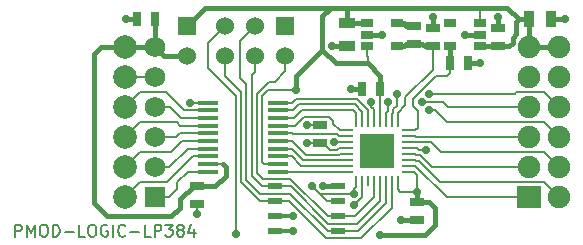
<source format=gbr>
G04 #@! TF.FileFunction,Copper,L1,Top,Signal*
%FSLAX46Y46*%
G04 Gerber Fmt 4.6, Leading zero omitted, Abs format (unit mm)*
G04 Created by KiCad (PCBNEW 4.0.2+dfsg1-stable) date mar. 12 sept. 2017 23:56:27 CEST*
%MOMM*%
G01*
G04 APERTURE LIST*
%ADD10C,0.100000*%
%ADD11C,0.200000*%
%ADD12R,2.000000X1.900000*%
%ADD13C,1.900000*%
%ADD14R,0.279400X0.850900*%
%ADD15R,0.850900X0.279400*%
%ADD16R,2.999740X2.999740*%
%ADD17R,1.143000X0.635000*%
%ADD18R,0.635000X1.143000*%
%ADD19C,1.750000*%
%ADD20R,1.750000X1.750000*%
%ADD21C,2.000000*%
%ADD22R,1.780540X0.304800*%
%ADD23R,1.780540X0.299720*%
%ADD24R,1.000760X0.701040*%
%ADD25R,1.397000X0.889000*%
%ADD26R,0.889000X1.397000*%
%ADD27R,1.143000X0.508000*%
%ADD28R,1.524000X1.524000*%
%ADD29C,1.524000*%
%ADD30C,0.711200*%
%ADD31C,0.406400*%
%ADD32C,0.203200*%
%ADD33C,0.304800*%
G04 APERTURE END LIST*
D10*
D11*
X123837062Y-114676181D02*
X123837062Y-113676181D01*
X124218015Y-113676181D01*
X124313253Y-113723800D01*
X124360872Y-113771419D01*
X124408491Y-113866657D01*
X124408491Y-114009514D01*
X124360872Y-114104752D01*
X124313253Y-114152371D01*
X124218015Y-114199990D01*
X123837062Y-114199990D01*
X124837062Y-114676181D02*
X124837062Y-113676181D01*
X125170396Y-114390467D01*
X125503729Y-113676181D01*
X125503729Y-114676181D01*
X126170395Y-113676181D02*
X126360872Y-113676181D01*
X126456110Y-113723800D01*
X126551348Y-113819038D01*
X126598967Y-114009514D01*
X126598967Y-114342848D01*
X126551348Y-114533324D01*
X126456110Y-114628562D01*
X126360872Y-114676181D01*
X126170395Y-114676181D01*
X126075157Y-114628562D01*
X125979919Y-114533324D01*
X125932300Y-114342848D01*
X125932300Y-114009514D01*
X125979919Y-113819038D01*
X126075157Y-113723800D01*
X126170395Y-113676181D01*
X127027538Y-114676181D02*
X127027538Y-113676181D01*
X127265633Y-113676181D01*
X127408491Y-113723800D01*
X127503729Y-113819038D01*
X127551348Y-113914276D01*
X127598967Y-114104752D01*
X127598967Y-114247610D01*
X127551348Y-114438086D01*
X127503729Y-114533324D01*
X127408491Y-114628562D01*
X127265633Y-114676181D01*
X127027538Y-114676181D01*
X128027538Y-114295229D02*
X128789443Y-114295229D01*
X129741824Y-114676181D02*
X129265633Y-114676181D01*
X129265633Y-113676181D01*
X130265633Y-113676181D02*
X130456110Y-113676181D01*
X130551348Y-113723800D01*
X130646586Y-113819038D01*
X130694205Y-114009514D01*
X130694205Y-114342848D01*
X130646586Y-114533324D01*
X130551348Y-114628562D01*
X130456110Y-114676181D01*
X130265633Y-114676181D01*
X130170395Y-114628562D01*
X130075157Y-114533324D01*
X130027538Y-114342848D01*
X130027538Y-114009514D01*
X130075157Y-113819038D01*
X130170395Y-113723800D01*
X130265633Y-113676181D01*
X131646586Y-113723800D02*
X131551348Y-113676181D01*
X131408491Y-113676181D01*
X131265633Y-113723800D01*
X131170395Y-113819038D01*
X131122776Y-113914276D01*
X131075157Y-114104752D01*
X131075157Y-114247610D01*
X131122776Y-114438086D01*
X131170395Y-114533324D01*
X131265633Y-114628562D01*
X131408491Y-114676181D01*
X131503729Y-114676181D01*
X131646586Y-114628562D01*
X131694205Y-114580943D01*
X131694205Y-114247610D01*
X131503729Y-114247610D01*
X132122776Y-114676181D02*
X132122776Y-113676181D01*
X133170395Y-114580943D02*
X133122776Y-114628562D01*
X132979919Y-114676181D01*
X132884681Y-114676181D01*
X132741823Y-114628562D01*
X132646585Y-114533324D01*
X132598966Y-114438086D01*
X132551347Y-114247610D01*
X132551347Y-114104752D01*
X132598966Y-113914276D01*
X132646585Y-113819038D01*
X132741823Y-113723800D01*
X132884681Y-113676181D01*
X132979919Y-113676181D01*
X133122776Y-113723800D01*
X133170395Y-113771419D01*
X133598966Y-114295229D02*
X134360871Y-114295229D01*
X135313252Y-114676181D02*
X134837061Y-114676181D01*
X134837061Y-113676181D01*
X135646585Y-114676181D02*
X135646585Y-113676181D01*
X136027538Y-113676181D01*
X136122776Y-113723800D01*
X136170395Y-113771419D01*
X136218014Y-113866657D01*
X136218014Y-114009514D01*
X136170395Y-114104752D01*
X136122776Y-114152371D01*
X136027538Y-114199990D01*
X135646585Y-114199990D01*
X136551347Y-113676181D02*
X137170395Y-113676181D01*
X136837061Y-114057133D01*
X136979919Y-114057133D01*
X137075157Y-114104752D01*
X137122776Y-114152371D01*
X137170395Y-114247610D01*
X137170395Y-114485705D01*
X137122776Y-114580943D01*
X137075157Y-114628562D01*
X136979919Y-114676181D01*
X136694204Y-114676181D01*
X136598966Y-114628562D01*
X136551347Y-114580943D01*
X137741823Y-114104752D02*
X137646585Y-114057133D01*
X137598966Y-114009514D01*
X137551347Y-113914276D01*
X137551347Y-113866657D01*
X137598966Y-113771419D01*
X137646585Y-113723800D01*
X137741823Y-113676181D01*
X137932300Y-113676181D01*
X138027538Y-113723800D01*
X138075157Y-113771419D01*
X138122776Y-113866657D01*
X138122776Y-113914276D01*
X138075157Y-114009514D01*
X138027538Y-114057133D01*
X137932300Y-114104752D01*
X137741823Y-114104752D01*
X137646585Y-114152371D01*
X137598966Y-114199990D01*
X137551347Y-114295229D01*
X137551347Y-114485705D01*
X137598966Y-114580943D01*
X137646585Y-114628562D01*
X137741823Y-114676181D01*
X137932300Y-114676181D01*
X138027538Y-114628562D01*
X138075157Y-114580943D01*
X138122776Y-114485705D01*
X138122776Y-114295229D01*
X138075157Y-114199990D01*
X138027538Y-114152371D01*
X137932300Y-114104752D01*
X138979919Y-114009514D02*
X138979919Y-114676181D01*
X138741823Y-113628562D02*
X138503728Y-114342848D01*
X139122776Y-114342848D01*
D12*
X167309800Y-111350000D03*
D13*
X167309800Y-108810000D03*
X167309800Y-106270000D03*
X167309800Y-103730000D03*
X167309800Y-101190000D03*
X167309800Y-98650000D03*
X169849800Y-111350000D03*
X169849800Y-108810000D03*
X169849800Y-106270000D03*
X169849800Y-103730000D03*
X169849800Y-101190000D03*
X169849800Y-98650000D03*
D14*
X156232860Y-109941360D03*
D15*
X156982160Y-109192060D03*
D14*
X156232860Y-104942640D03*
X155732480Y-104942640D03*
X155232100Y-104942640D03*
X154731720Y-104942640D03*
X153733500Y-104942640D03*
X153233120Y-104942640D03*
D15*
X151983440Y-107690920D03*
D14*
X152732740Y-104942640D03*
D15*
X151983440Y-105691940D03*
X151983440Y-106192320D03*
X151983440Y-106692700D03*
X151983440Y-107193080D03*
X151983440Y-108191300D03*
X151983440Y-108691680D03*
X151983440Y-109192060D03*
D14*
X152732740Y-109941360D03*
X153233120Y-109941360D03*
X153733500Y-109941360D03*
X154233880Y-109941360D03*
X154731720Y-109941360D03*
X155232100Y-109941360D03*
X155732480Y-109941360D03*
D16*
X154482800Y-107442000D03*
D14*
X154233880Y-104942640D03*
D15*
X156982160Y-105691940D03*
X156982160Y-106192320D03*
X156982160Y-106692700D03*
X156982160Y-107193080D03*
X156982160Y-107690920D03*
X156982160Y-108191300D03*
X156982160Y-108691680D03*
D17*
X159207200Y-98539300D03*
X159207200Y-97015300D03*
X149669500Y-106781600D03*
X149669500Y-105257600D03*
D18*
X154724100Y-102158800D03*
X153200100Y-102158800D03*
D19*
X135724900Y-98650000D03*
X135724900Y-101190000D03*
X135724900Y-103730000D03*
X135724900Y-106270000D03*
X135724900Y-108810000D03*
D20*
X135724900Y-111350000D03*
D21*
X133184900Y-98650000D03*
X133184900Y-101190000D03*
X133184900Y-103730000D03*
X133184900Y-106270000D03*
X133184900Y-108810000D03*
X133184900Y-111350000D03*
D22*
X146098260Y-108548600D03*
X146098260Y-107898600D03*
X146098260Y-107248600D03*
X146098260Y-106598600D03*
X146098260Y-105948600D03*
X146098260Y-105298600D03*
X146098260Y-104648600D03*
X146098260Y-103998600D03*
D23*
X140159740Y-103998600D03*
X140159740Y-104648600D03*
X140159740Y-105298600D03*
X140159740Y-105948600D03*
X140159740Y-106598600D03*
X140159740Y-107248600D03*
X140159740Y-107898600D03*
X140159740Y-108548600D03*
D22*
X146100800Y-109198600D03*
X146100800Y-103348600D03*
X140159740Y-103348600D03*
D23*
X140159740Y-109198600D03*
D18*
X160693100Y-99987100D03*
X162217100Y-99987100D03*
D24*
X160693100Y-98539300D03*
X160693100Y-96634300D03*
X163233100Y-96634300D03*
X163233100Y-97586800D03*
X163233100Y-98539300D03*
D18*
X135724900Y-96291400D03*
X134200900Y-96291400D03*
D17*
X139217400Y-110363000D03*
X139217400Y-111887000D03*
D25*
X151968200Y-96634300D03*
X151968200Y-98539300D03*
D17*
X157632400Y-96824800D03*
X157632400Y-98348800D03*
D24*
X156133800Y-96634300D03*
X156133800Y-98539300D03*
X153593800Y-98539300D03*
X153593800Y-97586800D03*
X153593800Y-96634300D03*
D26*
X167309800Y-96291400D03*
X169214800Y-96291400D03*
D17*
X164706300Y-98539300D03*
X164706300Y-97015300D03*
D27*
X145808700Y-114223800D03*
X151142700Y-114223800D03*
X145808700Y-112953800D03*
X145808700Y-111683800D03*
X145808700Y-110413800D03*
X151142700Y-112953800D03*
X151142700Y-111683800D03*
X151142700Y-110413800D03*
D17*
X157873700Y-111760000D03*
X157873700Y-113284000D03*
D28*
X138417300Y-96850200D03*
D29*
X138417300Y-99390200D03*
D28*
X146710400Y-96850200D03*
D29*
X146710400Y-99390200D03*
X144170400Y-96850200D03*
X144170400Y-99390200D03*
X141630400Y-96850200D03*
X141630400Y-99390200D03*
D30*
X156540200Y-113284000D03*
X133261100Y-96291400D03*
X149885400Y-110413800D03*
X158661100Y-107365800D03*
X150634700Y-98539300D03*
X159207200Y-96088200D03*
X154863800Y-97586800D03*
X163169600Y-99987100D03*
X161963100Y-97586800D03*
X164706300Y-96088200D03*
X170434000Y-96291400D03*
X139217400Y-112776000D03*
X152260300Y-102158800D03*
X150799800Y-106692700D03*
X148526500Y-105257600D03*
X138658600Y-103339900D03*
X154736800Y-114503200D03*
X157873700Y-110871000D03*
X152552400Y-111048800D03*
X148945600Y-110413800D03*
X147383500Y-114223800D03*
X147383500Y-112953800D03*
X147586700Y-102298500D03*
X148526500Y-106781600D03*
X158254700Y-103301800D03*
X155397200Y-103301800D03*
X154012900Y-103301800D03*
X158915100Y-103987600D03*
X158915100Y-102616000D03*
X156133800Y-102616000D03*
X152552400Y-112001300D03*
X142519400Y-114427000D03*
D31*
X156540200Y-113284000D02*
X157873700Y-113284000D01*
X133261100Y-96291400D02*
X134200900Y-96291400D01*
X151142700Y-110413800D02*
X149885400Y-110413800D01*
D32*
X157891480Y-107193080D02*
X158064200Y-107365800D01*
X158064200Y-107365800D02*
X158661100Y-107365800D01*
X156982160Y-107193080D02*
X157891480Y-107193080D01*
D31*
X150634700Y-98539300D02*
X151968200Y-98539300D01*
X159207200Y-97015300D02*
X159207200Y-96088200D01*
X154863800Y-97586800D02*
X153593800Y-97586800D01*
X163169600Y-99987100D02*
X162217100Y-99987100D01*
X163233100Y-97586800D02*
X161963100Y-97586800D01*
X164706300Y-97015300D02*
X164706300Y-96088200D01*
X170434000Y-96291400D02*
X169214800Y-96291400D01*
D32*
X139217400Y-111887000D02*
X139217400Y-112776000D01*
D31*
X153200100Y-102158800D02*
X152260300Y-102158800D01*
D32*
X151983440Y-106692700D02*
X150799800Y-106692700D01*
X148526500Y-105257600D02*
X149669500Y-105257600D01*
X133184900Y-101190000D02*
X135724900Y-101190000D01*
X139035600Y-103348600D02*
X139026900Y-103339900D01*
X139026900Y-103339900D02*
X138658600Y-103339900D01*
X140159740Y-103348600D02*
X139035600Y-103348600D01*
X151142700Y-111683800D02*
X150215600Y-111683800D01*
X150215600Y-111683800D02*
X149631400Y-111099600D01*
X152732740Y-109941360D02*
X152732740Y-110500160D01*
X152552400Y-110680500D02*
X152552400Y-111048800D01*
X152732740Y-110500160D02*
X152552400Y-110680500D01*
D31*
X154736800Y-114503200D02*
X158546800Y-114503200D01*
X158851600Y-111760000D02*
X157873700Y-111760000D01*
X159372300Y-112280700D02*
X158851600Y-111760000D01*
X159372300Y-113677700D02*
X159372300Y-112280700D01*
X158546800Y-114503200D02*
X159372300Y-113677700D01*
D32*
X152552400Y-111048800D02*
X150152100Y-111048800D01*
X150152100Y-111048800D02*
X150101300Y-111099600D01*
X150101300Y-111099600D02*
X149631400Y-111099600D01*
X149631400Y-111099600D02*
X148945600Y-110413800D01*
X147586700Y-102298500D02*
X145262600Y-102298500D01*
X144908700Y-108548600D02*
X146098260Y-108548600D01*
X144754600Y-108394500D02*
X144908700Y-108548600D01*
X144754600Y-102806500D02*
X144754600Y-108394500D01*
X145262600Y-102298500D02*
X144754600Y-102806500D01*
D33*
X147383500Y-114223800D02*
X145808700Y-114223800D01*
X145808700Y-112953800D02*
X147383500Y-112953800D01*
D31*
X150571200Y-95313500D02*
X139954000Y-95313500D01*
X139954000Y-95313500D02*
X138417300Y-96850200D01*
X157873700Y-110871000D02*
X157873700Y-111760000D01*
D32*
X157873700Y-110871000D02*
X157873700Y-109435900D01*
X157629860Y-109192060D02*
X156982160Y-109192060D01*
X157873700Y-109435900D02*
X157629860Y-109192060D01*
X156232860Y-110665260D02*
X156438600Y-110871000D01*
X156438600Y-110871000D02*
X157873700Y-110871000D01*
X156232860Y-109941360D02*
X156232860Y-110665260D01*
D31*
X147586700Y-102298500D02*
X147586700Y-101117400D01*
X147586700Y-101117400D02*
X149847300Y-98856800D01*
D32*
X149669500Y-106781600D02*
X148526500Y-106781600D01*
X153593800Y-98539300D02*
X153593800Y-99390200D01*
X153695400Y-99491800D02*
X153695400Y-100012500D01*
X153593800Y-99390200D02*
X153695400Y-99491800D01*
D31*
X149847300Y-98856800D02*
X149847300Y-96037400D01*
X149847300Y-96037400D02*
X150571200Y-95313500D01*
X149847300Y-98856800D02*
X151003000Y-100012500D01*
X151003000Y-100012500D02*
X153695400Y-100012500D01*
X153695400Y-100012500D02*
X154724100Y-101041200D01*
X154724100Y-102158800D02*
X154724100Y-101041200D01*
X153593800Y-96634300D02*
X151968200Y-96634300D01*
X151968200Y-96634300D02*
X151968200Y-95313500D01*
X163233100Y-95313500D02*
X151968200Y-95313500D01*
X151968200Y-95313500D02*
X150571200Y-95313500D01*
D32*
X163233100Y-96634300D02*
X163233100Y-95313500D01*
D31*
X164706300Y-98539300D02*
X165684200Y-98539300D01*
X165976300Y-97828100D02*
X166243000Y-97561400D01*
X165976300Y-98247200D02*
X165976300Y-97828100D01*
X165684200Y-98539300D02*
X165976300Y-98247200D01*
X163233100Y-98539300D02*
X164706300Y-98539300D01*
X166243000Y-96532700D02*
X166484300Y-96291400D01*
X166243000Y-97561400D02*
X166243000Y-96532700D01*
X165506400Y-95313500D02*
X163233100Y-95313500D01*
X166484300Y-96291400D02*
X165506400Y-95313500D01*
X166484300Y-96291400D02*
X167309800Y-96291400D01*
X167309800Y-98650000D02*
X167309800Y-96291400D01*
D32*
X154724100Y-102158800D02*
X154724100Y-104216200D01*
X154724100Y-104216200D02*
X154731720Y-104223820D01*
X154731720Y-104223820D02*
X154731720Y-104942640D01*
X151079200Y-107365800D02*
X150507700Y-107365800D01*
X151251920Y-107193080D02*
X151079200Y-107365800D01*
X151983440Y-107193080D02*
X151251920Y-107193080D01*
X150507700Y-107365800D02*
X149923500Y-106781600D01*
X149923500Y-106781600D02*
X149669500Y-106781600D01*
D31*
X169849800Y-98650000D02*
X167309800Y-98650000D01*
D32*
X159207200Y-98539300D02*
X159207200Y-100571300D01*
X156232202Y-104203500D02*
X156232860Y-104203500D01*
X156883100Y-103552602D02*
X156232202Y-104203500D01*
X156883100Y-102895400D02*
X156883100Y-103552602D01*
X159207200Y-100571300D02*
X156883100Y-102895400D01*
X156232860Y-104942640D02*
X156232860Y-104203500D01*
X156232860Y-104203500D02*
X156232860Y-104218740D01*
D31*
X157632400Y-98348800D02*
X158318200Y-98348800D01*
X158508700Y-98539300D02*
X159207200Y-98539300D01*
X158318200Y-98348800D02*
X158508700Y-98539300D01*
X156133800Y-98539300D02*
X156768800Y-98539300D01*
X156959300Y-98348800D02*
X157632400Y-98348800D01*
X156768800Y-98539300D02*
X156959300Y-98348800D01*
X133184900Y-98650000D02*
X135724900Y-98650000D01*
X135724900Y-98650000D02*
X135724900Y-96291400D01*
X138417300Y-99390200D02*
X136465100Y-99390200D01*
X136465100Y-99390200D02*
X135724900Y-98650000D01*
D32*
X140159740Y-108548600D02*
X141454300Y-108548600D01*
D31*
X139217400Y-110363000D02*
X140804900Y-110363000D01*
X141655800Y-108750100D02*
X141454300Y-108548600D01*
X141454300Y-108548600D02*
X141452600Y-108546900D01*
X141655800Y-109512100D02*
X141655800Y-108750100D01*
X140804900Y-110363000D02*
X141655800Y-109512100D01*
X130556000Y-99225100D02*
X130556000Y-111861600D01*
X131131100Y-98650000D02*
X130556000Y-99225100D01*
X133184900Y-98650000D02*
X131131100Y-98650000D01*
X137795000Y-111531400D02*
X138963400Y-110363000D01*
X137795000Y-112217200D02*
X137795000Y-111531400D01*
X137058400Y-112953800D02*
X137795000Y-112217200D01*
X131648200Y-112953800D02*
X137058400Y-112953800D01*
X130556000Y-111861600D02*
X131648200Y-112953800D01*
X138963400Y-110363000D02*
X139217400Y-110363000D01*
D32*
X135724900Y-103730000D02*
X136953200Y-103730000D01*
X137871800Y-104648600D02*
X140159740Y-104648600D01*
X136953200Y-103730000D02*
X137871800Y-104648600D01*
X135724900Y-106270000D02*
X137443000Y-106270000D01*
X137764400Y-105948600D02*
X140159740Y-105948600D01*
X137443000Y-106270000D02*
X137764400Y-105948600D01*
X135724900Y-108810000D02*
X136909600Y-108810000D01*
X138471000Y-107248600D02*
X140159740Y-107248600D01*
X136909600Y-108810000D02*
X138471000Y-107248600D01*
X135724900Y-111350000D02*
X136909600Y-111350000D01*
X138476800Y-109198600D02*
X140159740Y-109198600D01*
X137579100Y-110096300D02*
X138476800Y-109198600D01*
X137579100Y-110680500D02*
X137579100Y-110096300D01*
X136909600Y-111350000D02*
X137579100Y-110680500D01*
X134451300Y-102463600D02*
X136575800Y-102463600D01*
X133184900Y-103730000D02*
X134451300Y-102463600D01*
X138110800Y-103998600D02*
X140159740Y-103998600D01*
X136575800Y-102463600D02*
X138110800Y-103998600D01*
X134451300Y-105003600D02*
X137528300Y-105003600D01*
X133184900Y-106270000D02*
X134451300Y-105003600D01*
X137823300Y-105298600D02*
X140159740Y-105298600D01*
X137528300Y-105003600D02*
X137823300Y-105298600D01*
X134451300Y-107543600D02*
X137045700Y-107543600D01*
X133184900Y-108810000D02*
X134451300Y-107543600D01*
X137990700Y-106598600D02*
X140159740Y-106598600D01*
X137045700Y-107543600D02*
X137990700Y-106598600D01*
X136677400Y-110083600D02*
X134451300Y-110083600D01*
X140159740Y-107898600D02*
X138862400Y-107898600D01*
X136677400Y-110083600D02*
X138862400Y-107898600D01*
X134451300Y-110083600D02*
X133184900Y-111350000D01*
X148488400Y-107784900D02*
X151231600Y-107784900D01*
X147302100Y-106598600D02*
X148488400Y-107784900D01*
X151983440Y-107690920D02*
X151325580Y-107690920D01*
X151325580Y-107690920D02*
X151231600Y-107784900D01*
X147302100Y-106598600D02*
X146098260Y-106598600D01*
X151323040Y-105691940D02*
X150787100Y-105156000D01*
X151983440Y-105691940D02*
X151323040Y-105691940D01*
X147533000Y-105298600D02*
X146098260Y-105298600D01*
X150787100Y-104863900D02*
X150787100Y-105156000D01*
X150444200Y-104521000D02*
X150787100Y-104863900D01*
X148310600Y-104521000D02*
X150444200Y-104521000D01*
X147533000Y-105298600D02*
X148310600Y-104521000D01*
X146098260Y-105948600D02*
X147312500Y-105948600D01*
X151251920Y-106192320D02*
X151079200Y-106019600D01*
X151251920Y-106192320D02*
X151983440Y-106192320D01*
X147383500Y-106019600D02*
X151079200Y-106019600D01*
X147312500Y-105948600D02*
X147383500Y-106019600D01*
X146098260Y-107248600D02*
X147291700Y-107248600D01*
X151320500Y-108191300D02*
X151983440Y-108191300D01*
X151307800Y-108204000D02*
X151320500Y-108191300D01*
X148247100Y-108204000D02*
X151307800Y-108204000D01*
X147291700Y-107248600D02*
X148247100Y-108204000D01*
X146098260Y-107898600D02*
X147255900Y-107898600D01*
X148048980Y-108691680D02*
X151983440Y-108691680D01*
X147255900Y-107898600D02*
X148048980Y-108691680D01*
X151983440Y-109192060D02*
X151323040Y-109192060D01*
X151316500Y-109198600D02*
X146100800Y-109198600D01*
X151323040Y-109192060D02*
X151316500Y-109198600D01*
X152732740Y-104942640D02*
X152732740Y-104206040D01*
X147433700Y-104648600D02*
X146098260Y-104648600D01*
X148158200Y-103924100D02*
X147433700Y-104648600D01*
X152450800Y-103924100D02*
X148158200Y-103924100D01*
X152732740Y-104206040D02*
X152450800Y-103924100D01*
X153233120Y-104942640D02*
X153233120Y-104096820D01*
X147334400Y-103998600D02*
X146098260Y-103998600D01*
X147840700Y-103492300D02*
X147334400Y-103998600D01*
X152628600Y-103492300D02*
X147840700Y-103492300D01*
X153233120Y-104096820D02*
X152628600Y-103492300D01*
X153733500Y-104942640D02*
X153733500Y-103987600D01*
X147298600Y-103348600D02*
X146100800Y-103348600D01*
X147586700Y-103060500D02*
X147298600Y-103348600D01*
X152806400Y-103060500D02*
X147586700Y-103060500D01*
X153733500Y-103987600D02*
X152806400Y-103060500D01*
X160413700Y-101104700D02*
X159473900Y-101104700D01*
X160693100Y-100825300D02*
X160413700Y-101104700D01*
X157556200Y-103644700D02*
X157975300Y-104063800D01*
X157975300Y-104063800D02*
X157975300Y-105448100D01*
X157975300Y-105448100D02*
X157731460Y-105691940D01*
X156982160Y-105691940D02*
X157731460Y-105691940D01*
X160693100Y-100825300D02*
X160693100Y-99987100D01*
X157556200Y-103022400D02*
X157556200Y-103644700D01*
X159473900Y-101104700D02*
X157556200Y-103022400D01*
D31*
X160693100Y-99987100D02*
X160693100Y-98539300D01*
D32*
X156982160Y-108691680D02*
X157713680Y-108691680D01*
X160372000Y-111350000D02*
X167309800Y-111350000D01*
X157713680Y-108691680D02*
X160372000Y-111350000D01*
X167309800Y-108810000D02*
X159140100Y-108810000D01*
X157716220Y-107690920D02*
X157797500Y-107772200D01*
X157797500Y-107772200D02*
X158102300Y-107772200D01*
X158102300Y-107772200D02*
X159140100Y-108810000D01*
X157716220Y-107690920D02*
X156982160Y-107690920D01*
X167309800Y-106270000D02*
X157781200Y-106270000D01*
X157703520Y-106192320D02*
X156982160Y-106192320D01*
X157781200Y-106270000D02*
X157703520Y-106192320D01*
X158254700Y-103301800D02*
X160096200Y-103301800D01*
X155232100Y-104216200D02*
X155397200Y-104051100D01*
X155397200Y-104051100D02*
X155397200Y-103301800D01*
X155232100Y-104942640D02*
X155232100Y-104216200D01*
X160096200Y-103301800D02*
X160524400Y-103730000D01*
X167309800Y-103730000D02*
X160524400Y-103730000D01*
X156982160Y-108191300D02*
X157708600Y-108191300D01*
X168583400Y-110083600D02*
X169849800Y-111350000D01*
X159816800Y-110083600D02*
X168583400Y-110083600D01*
X158000700Y-108267500D02*
X159816800Y-110083600D01*
X157784800Y-108267500D02*
X158000700Y-108267500D01*
X157708600Y-108191300D02*
X157784800Y-108267500D01*
X169849800Y-108810000D02*
X169849800Y-108800900D01*
X169849800Y-108800900D02*
X168592500Y-107543600D01*
X168592500Y-107543600D02*
X159867600Y-107543600D01*
X159867600Y-107543600D02*
X159016700Y-106692700D01*
X159016700Y-106692700D02*
X156982160Y-106692700D01*
X159397700Y-103987600D02*
X160413700Y-105003600D01*
X160413700Y-105003600D02*
X168583400Y-105003600D01*
X169849800Y-106270000D02*
X168583400Y-105003600D01*
X154012900Y-103301800D02*
X154012900Y-103682800D01*
X154233880Y-103903780D02*
X154233880Y-104942640D01*
X154012900Y-103682800D02*
X154233880Y-103903780D01*
X158915100Y-103987600D02*
X159397700Y-103987600D01*
X158915100Y-102616000D02*
X166128700Y-102616000D01*
X158915100Y-102616000D02*
X158915100Y-102717600D01*
X156133800Y-103593900D02*
X156133800Y-102616000D01*
X166128700Y-102616000D02*
X166281100Y-102463600D01*
X166281100Y-102463600D02*
X168583400Y-102463600D01*
X169849800Y-103730000D02*
X168583400Y-102463600D01*
X155829000Y-103898700D02*
X156133800Y-103593900D01*
X155732480Y-104300020D02*
X155732480Y-104942640D01*
X155829000Y-104203500D02*
X155829000Y-103898700D01*
X155732480Y-104300020D02*
X155829000Y-104203500D01*
D31*
X156133800Y-96634300D02*
X156730700Y-96634300D01*
X156921200Y-96824800D02*
X157632400Y-96824800D01*
X156730700Y-96634300D02*
X156921200Y-96824800D01*
D32*
X147129500Y-109766100D02*
X144805400Y-109766100D01*
X150317200Y-112953800D02*
X147129500Y-109766100D01*
X144310100Y-109270800D02*
X144805400Y-109766100D01*
X144310100Y-102616000D02*
X144310100Y-109270800D01*
X145364200Y-101561900D02*
X144310100Y-102616000D01*
X145821400Y-101561900D02*
X145364200Y-101561900D01*
X146710400Y-100672900D02*
X145821400Y-101561900D01*
X146710400Y-99390200D02*
X146710400Y-100672900D01*
X150317200Y-112953800D02*
X151142700Y-112953800D01*
X151142700Y-112953800D02*
X152590500Y-112953800D01*
X154233880Y-111310420D02*
X154233880Y-109941360D01*
X152590500Y-112953800D02*
X154233880Y-111310420D01*
X145808700Y-110413800D02*
X147167600Y-110413800D01*
X150355300Y-113601500D02*
X147167600Y-110413800D01*
X154731720Y-111650780D02*
X154731720Y-109941360D01*
X154731720Y-111650780D02*
X152781000Y-113601500D01*
X152781000Y-113601500D02*
X150355300Y-113601500D01*
X145808700Y-110413800D02*
X144741900Y-110413800D01*
X144170400Y-100736400D02*
X144170400Y-99390200D01*
X143878300Y-101028500D02*
X144170400Y-100736400D01*
X143878300Y-109550200D02*
X143878300Y-101028500D01*
X144741900Y-110413800D02*
X143878300Y-109550200D01*
X151142700Y-114223800D02*
X150317200Y-114223800D01*
X142900400Y-98120200D02*
X144170400Y-96850200D01*
X143421100Y-109905800D02*
X144564100Y-111048800D01*
X143421100Y-101765100D02*
X143421100Y-109905800D01*
X142900400Y-101244400D02*
X143421100Y-101765100D01*
X142900400Y-98120200D02*
X142900400Y-101244400D01*
X147142200Y-111048800D02*
X144564100Y-111048800D01*
X150317200Y-114223800D02*
X147142200Y-111048800D01*
X151142700Y-114223800D02*
X152882600Y-114223800D01*
X155232100Y-111874300D02*
X155232100Y-109941360D01*
X152882600Y-114223800D02*
X155232100Y-111874300D01*
X141630400Y-99390200D02*
X141630400Y-101092000D01*
X144589500Y-111683800D02*
X142951200Y-110045500D01*
X142951200Y-110045500D02*
X142951200Y-102412800D01*
X144589500Y-111683800D02*
X145808700Y-111683800D01*
X141630400Y-101092000D02*
X142951200Y-102412800D01*
X147066000Y-111683800D02*
X150177500Y-114795300D01*
X155732480Y-112224820D02*
X153162000Y-114795300D01*
X155732480Y-109941360D02*
X155732480Y-112224820D01*
X147066000Y-111683800D02*
X145808700Y-111683800D01*
X153162000Y-114795300D02*
X150177500Y-114795300D01*
X142519400Y-114427000D02*
X142519400Y-102743000D01*
X153233120Y-109941360D02*
X153233120Y-111320580D01*
X152552400Y-112001300D02*
X153233120Y-111320580D01*
X140208000Y-98272600D02*
X141630400Y-96850200D01*
X140208000Y-100431600D02*
X140208000Y-98272600D01*
X142519400Y-102743000D02*
X140208000Y-100431600D01*
M02*

</source>
